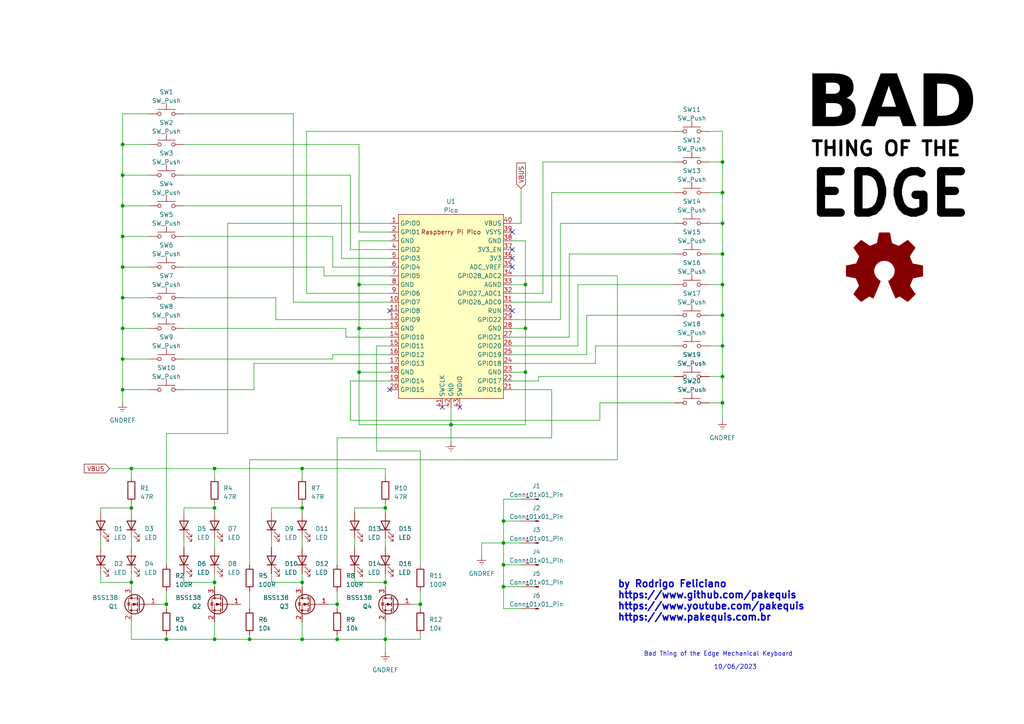
<source format=kicad_sch>
(kicad_sch (version 20230121) (generator eeschema)
  (paper "A4")
  (lib_symbols
    (symbol "Connector:Conn_01x01_Pin" (pin_names (offset 1.016) hide)
      (property "Reference" "J" (at 0 2.54 0))
      (property "Value" "Conn_01x01_Pin" (at 0 -2.54 0))
      (symbol "Conn_01x01_Pin_1_1"
        (polyline (pts (xy 1.27 0) (xy 0.8636 0)) (stroke (width 0.1524)))
        (rectangle (start 0.8636 0.127) (end 0 -0.127) (stroke (width 0.1524)) (fill (type outline)))
        (pin passive line (at 5.08 0 180) (length 3.81) (name "Pin_1") (number "1"))
      )
    )
    (symbol "Device:LED" (pin_numbers hide) (pin_names (offset 1.016) hide)
      (property "Reference" "D" (at 0 2.54 0))
      (property "Value" "LED" (at 0 -2.54 0))
      (symbol "LED_0_1"
        (polyline (pts (xy -1.27 -1.27) (xy -1.27 1.27)) (stroke (width 0.254)))
        (polyline (pts (xy -1.27 0) (xy 1.27 0)))
        (polyline (pts (xy 1.27 -1.27) (xy 1.27 1.27) (xy -1.27 0) (xy 1.27 -1.27)) (stroke (width 0.254)))
        (polyline (pts (xy -3.048 -0.762) (xy -4.572 -2.286) (xy -3.81 -2.286) (xy -4.572 -2.286) (xy -4.572 -1.524)))
        (polyline (pts (xy -1.778 -0.762) (xy -3.302 -2.286) (xy -2.54 -2.286) (xy -3.302 -2.286) (xy -3.302 -1.524)))
      )
      (symbol "LED_1_1"
        (pin passive line (at -3.81 0 0) (length 2.54) (name "K") (number "1"))
        (pin passive line (at 3.81 0 180) (length 2.54) (name "A") (number "2"))
      )
    )
    (symbol "Device:R" (pin_numbers hide) (pin_names (offset 0))
      (property "Reference" "R" (at 2.032 0 90))
      (property "Value" "R" (at 0 0 90))
      (symbol "R_0_1"
        (rectangle (start -1.016 -2.54) (end 1.016 2.54) (stroke (width 0.254)))
      )
      (symbol "R_1_1"
        (pin passive line (at 0 3.81 270) (length 1.27) (name "~") (number "1"))
        (pin passive line (at 0 -3.81 90) (length 1.27) (name "~") (number "2"))
      )
    )
    (symbol "Graphic:Logo_Open_Hardware_Large" (in_bom no) (on_board no)
      (symbol "Logo_Open_Hardware_Large_1_1"
        (polyline (pts (xy 6.731 -8.7122) (xy 6.6294 -8.6614) (xy 6.35 -8.4836) (xy 5.9944 -8.255) (xy 5.5372 -7.9502) (xy 5.1054 -7.6454) (xy 4.7498 -7.4168) (xy 4.4958 -7.239) (xy 4.3942 -7.1882) (xy 4.318 -7.2136) (xy 4.1148 -7.3152) (xy 3.81 -7.4676) (xy 3.6322 -7.5692) (xy 3.3528 -7.6708) (xy 3.2258 -7.6962) (xy 3.2004 -7.6708) (xy 3.0988 -7.4676) (xy 2.9464 -7.0866) (xy 2.7178 -6.604) (xy 2.4892 -6.0452) (xy 2.2352 -5.4356) (xy 1.9558 -4.826) (xy 1.7272 -4.2164) (xy 1.4986 -3.683) (xy 1.3208 -3.2512) (xy 1.2192 -2.9464) (xy 1.1684 -2.8194) (xy 1.1938 -2.794) (xy 1.3208 -2.667) (xy 1.5748 -2.4892) (xy 2.0828 -2.0574) (xy 2.6162 -1.397) (xy 2.921 -0.6604) (xy 3.048 0.1524) (xy 2.9464 0.9144) (xy 2.6416 1.6256) (xy 2.1336 2.286) (xy 1.524 2.7686) (xy 0.8128 3.0734) (xy 0 3.175) (xy -0.762 3.0988) (xy -1.4986 2.794) (xy -2.159 2.286) (xy -2.4384 1.9812) (xy -2.8194 1.3208) (xy -3.048 0.6096) (xy -3.0734 0.4318) (xy -3.0226 -0.3556) (xy -2.794 -1.0922) (xy -2.3876 -1.7526) (xy -1.8288 -2.3114) (xy -1.7526 -2.3622) (xy -1.4732 -2.5654) (xy -1.2954 -2.6924) (xy -1.1684 -2.8194) (xy -2.159 -5.207) (xy -2.3114 -5.588) (xy -2.5908 -6.2484) (xy -2.8194 -6.8072) (xy -3.0226 -7.2644) (xy -3.1496 -7.5692) (xy -3.2258 -7.6708) (xy -3.2258 -7.6962) (xy -3.302 -7.6962) (xy -3.4798 -7.6454) (xy -3.8354 -7.4676) (xy -4.0386 -7.366) (xy -4.2926 -7.239) (xy -4.4196 -7.1882) (xy -4.5212 -7.239) (xy -4.7498 -7.3914) (xy -5.1054 -7.6454) (xy -5.5372 -7.9248) (xy -5.9436 -8.2042) (xy -6.3246 -8.4582) (xy -6.604 -8.636) (xy -6.731 -8.7122) (xy -6.7564 -8.7122) (xy -6.858 -8.636) (xy -7.0866 -8.4582) (xy -7.4168 -8.1534) (xy -7.874 -7.6962) (xy -7.9502 -7.62) (xy -8.3312 -7.239) (xy -8.636 -6.9088) (xy -8.8392 -6.6802) (xy -8.9154 -6.5786) (xy -8.9154 -6.5786) (xy -8.8392 -6.4516) (xy -8.6614 -6.1722) (xy -8.4328 -5.7912) (xy -8.128 -5.3594) (xy -7.3152 -4.191) (xy -7.7724 -3.0988) (xy -7.8994 -2.7686) (xy -8.0772 -2.3622) (xy -8.2042 -2.0828) (xy -8.255 -1.9558) (xy -8.382 -1.905) (xy -8.6614 -1.8542) (xy -9.0932 -1.7526) (xy -9.6266 -1.651) (xy -10.1092 -1.5748) (xy -10.541 -1.4732) (xy -10.8712 -1.4224) (xy -11.0236 -1.397) (xy -11.049 -1.3716) (xy -11.0744 -1.2954) (xy -11.0998 -1.143) (xy -11.0998 -0.889) (xy -11.1252 -0.4572) (xy -11.1252 0.1524) (xy -11.1252 0.2286) (xy -11.0998 0.8128) (xy -11.0998 1.27) (xy -11.0744 1.5494) (xy -11.0744 1.6764) (xy -11.0744 1.6764) (xy -10.922 1.7018) (xy -10.6172 1.778) (xy -10.16 1.8542) (xy -9.652 1.9558) (xy -9.6012 1.9812) (xy -9.0932 2.0828) (xy -8.636 2.159) (xy -8.3312 2.2352) (xy -8.2042 2.286) (xy -8.1788 2.3114) (xy -8.0772 2.5146) (xy -7.9248 2.8448) (xy -7.747 3.2512) (xy -7.5692 3.6576) (xy -7.4168 4.0386) (xy -7.3152 4.318) (xy -7.2898 4.445) (xy -7.2898 4.445) (xy -7.366 4.572) (xy -7.5438 4.826) (xy -7.7978 5.207) (xy -8.128 5.6642) (xy -8.128 5.6896) (xy -8.4328 6.1468) (xy -8.6868 6.5278) (xy -8.8392 6.7818) (xy -8.9154 6.9088) (xy -8.9154 6.9088) (xy -8.8138 7.0358) (xy -8.5852 7.2898) (xy -8.255 7.6454) (xy -7.874 8.0264) (xy -7.747 8.1534) (xy -7.3152 8.5852) (xy -7.0104 8.8646) (xy -6.8326 8.9916) (xy -6.731 9.0424) (xy -6.731 9.0424) (xy -6.604 8.9408) (xy -6.3246 8.763) (xy -5.9436 8.509) (xy -5.4864 8.2042) (xy -5.461 8.1788) (xy -5.0038 7.874) (xy -4.6482 7.62) (xy -4.3688 7.4422) (xy -4.2672 7.3914) (xy -4.2418 7.3914) (xy -4.064 7.4422) (xy -3.7338 7.5438) (xy -3.3528 7.6962) (xy -2.9464 7.874) (xy -2.5654 8.0264) (xy -2.286 8.1534) (xy -2.159 8.2296) (xy -2.159 8.2296) (xy -2.1082 8.382) (xy -2.032 8.7122) (xy -1.9304 9.1694) (xy -1.8288 9.7282) (xy -1.8034 9.8044) (xy -1.7018 10.3378) (xy -1.6256 10.7696) (xy -1.5748 11.0744) (xy -1.524 11.2014) (xy -1.4478 11.2268) (xy -1.1938 11.2522) (xy -0.8128 11.2522) (xy -0.3302 11.2522) (xy 0.1524 11.2522) (xy 0.6604 11.2522) (xy 1.0668 11.2268) (xy 1.3716 11.2014) (xy 1.4986 11.176) (xy 1.4986 11.176) (xy 1.5494 11.0236) (xy 1.6256 10.6934) (xy 1.7018 10.2108) (xy 1.8288 9.6774) (xy 1.8288 9.5758) (xy 1.9304 9.0424) (xy 2.032 8.6106) (xy 2.0828 8.3058) (xy 2.1336 8.2042) (xy 2.159 8.1788) (xy 2.3876 8.0772) (xy 2.7432 7.9248) (xy 3.175 7.747) (xy 4.191 7.3406) (xy 5.461 8.2042) (xy 5.5626 8.2804) (xy 6.0198 8.5852) (xy 6.3754 8.8392) (xy 6.6294 8.9916) (xy 6.7564 9.0424) (xy 6.7564 9.0424) (xy 6.8834 8.9408) (xy 7.1374 8.7122) (xy 7.4676 8.382) (xy 7.8486 7.9756) (xy 8.1534 7.6962) (xy 8.4836 7.3406) (xy 8.7122 7.112) (xy 8.8392 6.9596) (xy 8.8646 6.858) (xy 8.8646 6.8072) (xy 8.7884 6.6802) (xy 8.6106 6.4008) (xy 8.3312 6.0198) (xy 8.0264 5.588) (xy 7.7978 5.207) (xy 7.5184 4.8006) (xy 7.3406 4.4958) (xy 7.2898 4.3434) (xy 7.2898 4.2926) (xy 7.3914 4.0386) (xy 7.5184 3.683) (xy 7.7216 3.2258) (xy 8.1534 2.2352) (xy 8.7884 2.1082) (xy 9.1948 2.0574) (xy 9.7536 1.9304) (xy 10.2616 1.8288) (xy 11.0998 1.6764) (xy 11.1252 -1.3208) (xy 10.9982 -1.3716) (xy 10.8712 -1.397) (xy 10.5664 -1.4732) (xy 10.1346 -1.5494) (xy 9.6266 -1.651) (xy 9.1948 -1.7272) (xy 8.7376 -1.8288) (xy 8.4328 -1.8796) (xy 8.2804 -1.905) (xy 8.255 -1.9558) (xy 8.1534 -2.159) (xy 7.9756 -2.5146) (xy 7.8232 -2.921) (xy 7.6454 -3.3274) (xy 7.493 -3.7338) (xy 7.366 -4.0132) (xy 7.3406 -4.191) (xy 7.3914 -4.2926) (xy 7.5692 -4.5466) (xy 7.7978 -4.9276) (xy 8.1026 -5.3594) (xy 8.4074 -5.7912) (xy 8.6614 -6.1722) (xy 8.8138 -6.4262) (xy 8.89 -6.5532) (xy 8.8646 -6.6548) (xy 8.6868 -6.858) (xy 8.3566 -7.1882) (xy 7.874 -7.6708) (xy 7.7978 -7.747) (xy 7.3914 -8.128) (xy 7.0612 -8.4328) (xy 6.8326 -8.636) (xy 6.731 -8.7122)) (fill (type outline)))
      )
    )
    (symbol "MCU_RaspberryPi_and_Boards:Pico"
      (property "Reference" "U" (at -13.97 27.94 0))
      (property "Value" "Pico" (at 0 19.05 0))
      (symbol "Pico_0_0"
        (text "Raspberry Pi Pico" (at 0 21.59 0) (effects (font (size 1.27 1.27))))
      )
      (symbol "Pico_0_1"
        (rectangle (start -15.24 26.67) (end 15.24 -26.67) (fill (type background)))
      )
      (symbol "Pico_1_1"
        (pin bidirectional line (at -17.78 24.13 0) (length 2.54) (name "GPIO0") (number "1"))
        (pin bidirectional line (at -17.78 1.27 0) (length 2.54) (name "GPIO7") (number "10"))
        (pin bidirectional line (at -17.78 -1.27 0) (length 2.54) (name "GPIO8") (number "11"))
        (pin bidirectional line (at -17.78 -3.81 0) (length 2.54) (name "GPIO9") (number "12"))
        (pin power_in line (at -17.78 -6.35 0) (length 2.54) (name "GND") (number "13"))
        (pin bidirectional line (at -17.78 -8.89 0) (length 2.54) (name "GPIO10") (number "14"))
        (pin bidirectional line (at -17.78 -11.43 0) (length 2.54) (name "GPIO11") (number "15"))
        (pin bidirectional line (at -17.78 -13.97 0) (length 2.54) (name "GPIO12") (number "16"))
        (pin bidirectional line (at -17.78 -16.51 0) (length 2.54) (name "GPIO13") (number "17"))
        (pin power_in line (at -17.78 -19.05 0) (length 2.54) (name "GND") (number "18"))
        (pin bidirectional line (at -17.78 -21.59 0) (length 2.54) (name "GPIO14") (number "19"))
        (pin bidirectional line (at -17.78 21.59 0) (length 2.54) (name "GPIO1") (number "2"))
        (pin bidirectional line (at -17.78 -24.13 0) (length 2.54) (name "GPIO15") (number "20"))
        (pin bidirectional line (at 17.78 -24.13 180) (length 2.54) (name "GPIO16") (number "21"))
        (pin bidirectional line (at 17.78 -21.59 180) (length 2.54) (name "GPIO17") (number "22"))
        (pin power_in line (at 17.78 -19.05 180) (length 2.54) (name "GND") (number "23"))
        (pin bidirectional line (at 17.78 -16.51 180) (length 2.54) (name "GPIO18") (number "24"))
        (pin bidirectional line (at 17.78 -13.97 180) (length 2.54) (name "GPIO19") (number "25"))
        (pin bidirectional line (at 17.78 -11.43 180) (length 2.54) (name "GPIO20") (number "26"))
        (pin bidirectional line (at 17.78 -8.89 180) (length 2.54) (name "GPIO21") (number "27"))
        (pin power_in line (at 17.78 -6.35 180) (length 2.54) (name "GND") (number "28"))
        (pin bidirectional line (at 17.78 -3.81 180) (length 2.54) (name "GPIO22") (number "29"))
        (pin power_in line (at -17.78 19.05 0) (length 2.54) (name "GND") (number "3"))
        (pin input line (at 17.78 -1.27 180) (length 2.54) (name "RUN") (number "30"))
        (pin bidirectional line (at 17.78 1.27 180) (length 2.54) (name "GPIO26_ADC0") (number "31"))
        (pin bidirectional line (at 17.78 3.81 180) (length 2.54) (name "GPIO27_ADC1") (number "32"))
        (pin power_in line (at 17.78 6.35 180) (length 2.54) (name "AGND") (number "33"))
        (pin bidirectional line (at 17.78 8.89 180) (length 2.54) (name "GPIO28_ADC2") (number "34"))
        (pin power_in line (at 17.78 11.43 180) (length 2.54) (name "ADC_VREF") (number "35"))
        (pin power_in line (at 17.78 13.97 180) (length 2.54) (name "3V3") (number "36"))
        (pin input line (at 17.78 16.51 180) (length 2.54) (name "3V3_EN") (number "37"))
        (pin bidirectional line (at 17.78 19.05 180) (length 2.54) (name "GND") (number "38"))
        (pin power_in line (at 17.78 21.59 180) (length 2.54) (name "VSYS") (number "39"))
        (pin bidirectional line (at -17.78 16.51 0) (length 2.54) (name "GPIO2") (number "4"))
        (pin power_in line (at 17.78 24.13 180) (length 2.54) (name "VBUS") (number "40"))
        (pin input line (at -2.54 -29.21 90) (length 2.54) (name "SWCLK") (number "41"))
        (pin power_in line (at 0 -29.21 90) (length 2.54) (name "GND") (number "42"))
        (pin bidirectional line (at 2.54 -29.21 90) (length 2.54) (name "SWDIO") (number "43"))
        (pin bidirectional line (at -17.78 13.97 0) (length 2.54) (name "GPIO3") (number "5"))
        (pin bidirectional line (at -17.78 11.43 0) (length 2.54) (name "GPIO4") (number "6"))
        (pin bidirectional line (at -17.78 8.89 0) (length 2.54) (name "GPIO5") (number "7"))
        (pin power_in line (at -17.78 6.35 0) (length 2.54) (name "GND") (number "8"))
        (pin bidirectional line (at -17.78 3.81 0) (length 2.54) (name "GPIO6") (number "9"))
      )
    )
    (symbol "Switch:SW_Push" (pin_numbers hide) (pin_names (offset 1.016) hide)
      (property "Reference" "SW" (at 1.27 2.54 0))
      (property "Value" "SW_Push" (at 0 -1.524 0))
      (symbol "SW_Push_0_1"
        (circle (center -2.032 0) (radius 0.508))
        (polyline (pts (xy 0 1.27) (xy 0 3.048)))
        (polyline (pts (xy 2.54 1.27) (xy -2.54 1.27)))
        (circle (center 2.032 0) (radius 0.508))
        (pin passive line (at -5.08 0 0) (length 2.54) (name "1") (number "1"))
        (pin passive line (at 5.08 0 180) (length 2.54) (name "2") (number "2"))
      )
    )
    (symbol "Transistor_FET:BSS138" (pin_names hide)
      (property "Reference" "Q" (at 5.08 1.905 0))
      (property "Value" "BSS138" (at 5.08 0 0))
      (symbol "BSS138_0_1"
        (polyline (pts (xy 0.254 0) (xy -2.54 0)))
        (polyline (pts (xy 0.254 1.905) (xy 0.254 -1.905)) (stroke (width 0.254)))
        (polyline (pts (xy 0.762 -1.27) (xy 0.762 -2.286)) (stroke (width 0.254)))
        (polyline (pts (xy 0.762 0.508) (xy 0.762 -0.508)) (stroke (width 0.254)))
        (polyline (pts (xy 0.762 2.286) (xy 0.762 1.27)) (stroke (width 0.254)))
        (polyline (pts (xy 2.54 2.54) (xy 2.54 1.778)))
        (polyline (pts (xy 2.54 -2.54) (xy 2.54 0) (xy 0.762 0)))
        (polyline (pts (xy 0.762 -1.778) (xy 3.302 -1.778) (xy 3.302 1.778) (xy 0.762 1.778)))
        (polyline (pts (xy 1.016 0) (xy 2.032 0.381) (xy 2.032 -0.381) (xy 1.016 0)) (fill (type outline)))
        (polyline (pts (xy 2.794 0.508) (xy 2.921 0.381) (xy 3.683 0.381) (xy 3.81 0.254)))
        (polyline (pts (xy 3.302 0.381) (xy 2.921 -0.254) (xy 3.683 -0.254) (xy 3.302 0.381)))
        (circle (center 1.651 0) (radius 2.794) (stroke (width 0.254)))
        (circle (center 2.54 -1.778) (radius 0.254) (fill (type outline)))
        (circle (center 2.54 1.778) (radius 0.254) (fill (type outline)))
      )
      (symbol "BSS138_1_1"
        (pin input line (at -5.08 0 0) (length 2.54) (name "G") (number "1"))
        (pin passive line (at 2.54 -5.08 90) (length 2.54) (name "S") (number "2"))
        (pin passive line (at 2.54 5.08 270) (length 2.54) (name "D") (number "3"))
      )
    )
    (symbol "power:GNDREF" (power) (pin_names (offset 0))
      (property "Value" "GNDREF" (at 0 -3.81 0))
      (symbol "GNDREF_0_1"
        (polyline (pts (xy -0.635 -1.905) (xy 0.635 -1.905)))
        (polyline (pts (xy -0.127 -2.54) (xy 0.127 -2.54)))
        (polyline (pts (xy 0 -1.27) (xy 0 0)))
        (polyline (pts (xy 1.27 -1.27) (xy -1.27 -1.27)))
      )
      (symbol "GNDREF_1_1"
        (pin power_in line (at 0 0 270) (length 0) hide (name "GNDREF") (number "1"))
      )
    )
  )
  (junction (at 209.55 116.84))
  (junction (at 111.76 168.91))
  (junction (at 35.56 77.47))
  (junction (at 209.55 91.44))
  (junction (at 35.56 104.14))
  (junction (at 152.4 82.55))
  (junction (at 152.4 95.25))
  (junction (at 209.55 46.99))
  (junction (at 104.14 107.95))
  (junction (at 121.92 175.26))
  (junction (at 87.63 135.89))
  (junction (at 35.56 113.03))
  (junction (at 209.55 82.55))
  (junction (at 62.23 185.42))
  (junction (at 146.05 157.48))
  (junction (at 130.81 123.19))
  (junction (at 72.39 185.42))
  (junction (at 62.23 135.89))
  (junction (at 35.56 86.36))
  (junction (at 209.55 73.66))
  (junction (at 146.05 170.18))
  (junction (at 104.14 82.55))
  (junction (at 209.55 64.77))
  (junction (at 146.05 151.13))
  (junction (at 97.79 175.26))
  (junction (at 209.55 55.88))
  (junction (at 62.23 168.91))
  (junction (at 209.55 109.22))
  (junction (at 62.23 147.32))
  (junction (at 38.1 168.91))
  (junction (at 35.56 68.58))
  (junction (at 152.4 107.95))
  (junction (at 104.14 95.25))
  (junction (at 146.05 163.83))
  (junction (at 38.1 147.32))
  (junction (at 111.76 147.32))
  (junction (at 87.63 185.42))
  (junction (at 35.56 41.91))
  (junction (at 87.63 168.91))
  (junction (at 35.56 95.25))
  (junction (at 48.26 175.26))
  (junction (at 38.1 135.89))
  (junction (at 48.26 185.42))
  (junction (at 87.63 147.32))
  (junction (at 35.56 50.8))
  (junction (at 35.56 59.69))
  (junction (at 111.76 185.42))
  (junction (at 97.79 185.42))
  (junction (at 209.55 100.33))
  (no_connect (at 133.35 118.11))
  (no_connect (at 113.03 113.03))
  (no_connect (at 148.59 74.93))
  (no_connect (at 148.59 67.31))
  (no_connect (at 113.03 90.17))
  (no_connect (at 128.27 118.11))
  (no_connect (at 148.59 77.47))
  (no_connect (at 148.59 72.39))
  (no_connect (at 148.59 90.17))
  (wire (pts (xy 205.74 46.99) (xy 209.55 46.99)))
  (wire (pts (xy 35.56 104.14) (xy 43.18 104.14)))
  (wire (pts (xy 87.63 147.32) (xy 87.63 148.59)))
  (wire (pts (xy 93.98 80.01) (xy 93.98 77.47)))
  (wire (pts (xy 209.55 64.77) (xy 209.55 55.88)))
  (wire (pts (xy 113.03 67.31) (xy 104.14 67.31)))
  (wire (pts (xy 205.74 64.77) (xy 209.55 64.77)))
  (wire (pts (xy 87.63 180.34) (xy 87.63 185.42)))
  (wire (pts (xy 38.1 166.37) (xy 38.1 168.91)))
  (wire (pts (xy 78.74 166.37) (xy 78.74 168.91)))
  (wire (pts (xy 104.14 123.19) (xy 130.81 123.19)))
  (wire (pts (xy 35.56 59.69) (xy 43.18 59.69)))
  (wire (pts (xy 209.55 73.66) (xy 209.55 82.55)))
  (wire (pts (xy 104.14 95.25) (xy 113.03 95.25)))
  (wire (pts (xy 62.23 168.91) (xy 62.23 170.18)))
  (wire (pts (xy 151.13 54.61) (xy 151.13 64.77)))
  (wire (pts (xy 146.05 144.78) (xy 146.05 151.13)))
  (wire (pts (xy 167.64 100.33) (xy 167.64 82.55)))
  (wire (pts (xy 104.14 41.91) (xy 53.34 41.91)))
  (wire (pts (xy 102.87 148.59) (xy 102.87 147.32)))
  (wire (pts (xy 146.05 163.83) (xy 151.13 163.83)))
  (wire (pts (xy 109.22 100.33) (xy 113.03 100.33)))
  (wire (pts (xy 43.18 33.02) (xy 35.56 33.02)))
  (wire (pts (xy 113.03 69.85) (xy 104.14 69.85)))
  (wire (pts (xy 100.33 97.79) (xy 113.03 97.79)))
  (wire (pts (xy 35.56 77.47) (xy 35.56 86.36)))
  (wire (pts (xy 139.7 157.48) (xy 146.05 157.48)))
  (wire (pts (xy 146.05 170.18) (xy 146.05 163.83)))
  (wire (pts (xy 87.63 168.91) (xy 87.63 170.18)))
  (wire (pts (xy 195.58 38.1) (xy 88.9 38.1)))
  (wire (pts (xy 205.74 100.33) (xy 209.55 100.33)))
  (wire (pts (xy 72.39 171.45) (xy 72.39 176.53)))
  (wire (pts (xy 97.79 163.83) (xy 97.79 127)))
  (wire (pts (xy 78.74 148.59) (xy 78.74 147.32)))
  (wire (pts (xy 113.03 105.41) (xy 73.66 105.41)))
  (wire (pts (xy 113.03 77.47) (xy 96.52 77.47)))
  (wire (pts (xy 101.6 110.49) (xy 101.6 121.92)))
  (wire (pts (xy 73.66 113.03) (xy 53.34 113.03)))
  (wire (pts (xy 205.74 109.22) (xy 209.55 109.22)))
  (wire (pts (xy 170.18 91.44) (xy 195.58 91.44)))
  (wire (pts (xy 209.55 116.84) (xy 209.55 121.92)))
  (wire (pts (xy 62.23 166.37) (xy 62.23 168.91)))
  (wire (pts (xy 53.34 86.36) (xy 80.01 86.36)))
  (wire (pts (xy 209.55 55.88) (xy 205.74 55.88)))
  (wire (pts (xy 130.81 123.19) (xy 152.4 123.19)))
  (wire (pts (xy 205.74 82.55) (xy 209.55 82.55)))
  (wire (pts (xy 157.48 85.09) (xy 157.48 46.99)))
  (wire (pts (xy 104.14 107.95) (xy 113.03 107.95)))
  (wire (pts (xy 104.14 107.95) (xy 104.14 123.19)))
  (wire (pts (xy 35.56 41.91) (xy 43.18 41.91)))
  (wire (pts (xy 35.56 77.47) (xy 43.18 77.47)))
  (wire (pts (xy 151.13 64.77) (xy 148.59 64.77)))
  (wire (pts (xy 66.04 64.77) (xy 113.03 64.77)))
  (wire (pts (xy 78.74 168.91) (xy 87.63 168.91)))
  (wire (pts (xy 209.55 38.1) (xy 209.55 46.99)))
  (wire (pts (xy 87.63 135.89) (xy 87.63 138.43)))
  (wire (pts (xy 152.4 82.55) (xy 152.4 95.25)))
  (wire (pts (xy 29.21 166.37) (xy 29.21 168.91)))
  (wire (pts (xy 209.55 91.44) (xy 209.55 100.33)))
  (wire (pts (xy 62.23 185.42) (xy 72.39 185.42)))
  (wire (pts (xy 99.06 74.93) (xy 99.06 59.69)))
  (wire (pts (xy 148.59 110.49) (xy 156.21 110.49)))
  (wire (pts (xy 113.03 74.93) (xy 99.06 74.93)))
  (wire (pts (xy 148.59 85.09) (xy 157.48 85.09)))
  (wire (pts (xy 111.76 147.32) (xy 111.76 148.59)))
  (wire (pts (xy 179.07 80.01) (xy 148.59 80.01)))
  (wire (pts (xy 35.56 68.58) (xy 43.18 68.58)))
  (wire (pts (xy 87.63 146.05) (xy 87.63 147.32)))
  (wire (pts (xy 111.76 168.91) (xy 111.76 170.18)))
  (wire (pts (xy 48.26 175.26) (xy 48.26 176.53)))
  (wire (pts (xy 62.23 135.89) (xy 87.63 135.89)))
  (wire (pts (xy 205.74 73.66) (xy 209.55 73.66)))
  (wire (pts (xy 96.52 77.47) (xy 96.52 68.58)))
  (wire (pts (xy 78.74 147.32) (xy 87.63 147.32)))
  (wire (pts (xy 35.56 50.8) (xy 35.56 59.69)))
  (wire (pts (xy 205.74 38.1) (xy 209.55 38.1)))
  (wire (pts (xy 119.38 175.26) (xy 121.92 175.26)))
  (wire (pts (xy 173.99 116.84) (xy 173.99 121.92)))
  (wire (pts (xy 78.74 156.21) (xy 78.74 158.75)))
  (wire (pts (xy 48.26 184.15) (xy 48.26 185.42)))
  (wire (pts (xy 48.26 171.45) (xy 48.26 175.26)))
  (wire (pts (xy 72.39 185.42) (xy 87.63 185.42)))
  (wire (pts (xy 151.13 144.78) (xy 146.05 144.78)))
  (wire (pts (xy 121.92 184.15) (xy 121.92 185.42)))
  (wire (pts (xy 38.1 180.34) (xy 38.1 185.42)))
  (wire (pts (xy 73.66 105.41) (xy 73.66 113.03)))
  (wire (pts (xy 35.56 113.03) (xy 43.18 113.03)))
  (wire (pts (xy 148.59 92.71) (xy 162.56 92.71)))
  (wire (pts (xy 146.05 151.13) (xy 146.05 157.48)))
  (wire (pts (xy 148.59 95.25) (xy 152.4 95.25)))
  (wire (pts (xy 87.63 135.89) (xy 111.76 135.89)))
  (wire (pts (xy 146.05 157.48) (xy 151.13 157.48)))
  (wire (pts (xy 209.55 100.33) (xy 209.55 109.22)))
  (wire (pts (xy 29.21 147.32) (xy 38.1 147.32)))
  (wire (pts (xy 88.9 85.09) (xy 113.03 85.09)))
  (wire (pts (xy 121.92 175.26) (xy 121.92 176.53)))
  (wire (pts (xy 35.56 95.25) (xy 43.18 95.25)))
  (wire (pts (xy 172.72 100.33) (xy 195.58 100.33)))
  (wire (pts (xy 102.87 156.21) (xy 102.87 158.75)))
  (wire (pts (xy 96.52 102.87) (xy 113.03 102.87)))
  (wire (pts (xy 121.92 130.81) (xy 121.92 163.83)))
  (wire (pts (xy 146.05 151.13) (xy 151.13 151.13)))
  (wire (pts (xy 102.87 147.32) (xy 111.76 147.32)))
  (wire (pts (xy 148.59 82.55) (xy 152.4 82.55)))
  (wire (pts (xy 48.26 175.26) (xy 45.72 175.26)))
  (wire (pts (xy 62.23 146.05) (xy 62.23 147.32)))
  (wire (pts (xy 97.79 127) (xy 160.02 127)))
  (wire (pts (xy 97.79 175.26) (xy 97.79 176.53)))
  (wire (pts (xy 209.55 109.22) (xy 209.55 116.84)))
  (wire (pts (xy 162.56 64.77) (xy 195.58 64.77)))
  (wire (pts (xy 72.39 133.35) (xy 179.07 133.35)))
  (wire (pts (xy 53.34 147.32) (xy 62.23 147.32)))
  (wire (pts (xy 209.55 46.99) (xy 209.55 55.88)))
  (wire (pts (xy 195.58 116.84) (xy 173.99 116.84)))
  (wire (pts (xy 173.99 121.92) (xy 101.6 121.92)))
  (wire (pts (xy 35.56 86.36) (xy 43.18 86.36)))
  (wire (pts (xy 29.21 156.21) (xy 29.21 158.75)))
  (wire (pts (xy 101.6 110.49) (xy 113.03 110.49)))
  (wire (pts (xy 72.39 184.15) (xy 72.39 185.42)))
  (wire (pts (xy 99.06 59.69) (xy 53.34 59.69)))
  (wire (pts (xy 156.21 110.49) (xy 156.21 109.22)))
  (wire (pts (xy 85.09 33.02) (xy 85.09 87.63)))
  (wire (pts (xy 29.21 168.91) (xy 38.1 168.91)))
  (wire (pts (xy 102.87 168.91) (xy 111.76 168.91)))
  (wire (pts (xy 80.01 92.71) (xy 113.03 92.71)))
  (wire (pts (xy 113.03 80.01) (xy 93.98 80.01)))
  (wire (pts (xy 165.1 73.66) (xy 195.58 73.66)))
  (wire (pts (xy 48.26 125.73) (xy 48.26 163.83)))
  (wire (pts (xy 38.1 156.21) (xy 38.1 158.75)))
  (wire (pts (xy 72.39 163.83) (xy 72.39 133.35)))
  (wire (pts (xy 35.56 113.03) (xy 35.56 116.84)))
  (wire (pts (xy 35.56 104.14) (xy 35.56 113.03)))
  (wire (pts (xy 146.05 157.48) (xy 146.05 163.83)))
  (wire (pts (xy 162.56 92.71) (xy 162.56 64.77)))
  (wire (pts (xy 53.34 95.25) (xy 100.33 95.25)))
  (wire (pts (xy 165.1 97.79) (xy 165.1 73.66)))
  (wire (pts (xy 95.25 175.26) (xy 97.79 175.26)))
  (wire (pts (xy 130.81 118.11) (xy 130.81 123.19)))
  (wire (pts (xy 148.59 87.63) (xy 160.02 87.63)))
  (wire (pts (xy 38.1 146.05) (xy 38.1 147.32)))
  (wire (pts (xy 101.6 50.8) (xy 53.34 50.8)))
  (wire (pts (xy 48.26 185.42) (xy 38.1 185.42)))
  (wire (pts (xy 139.7 161.29) (xy 139.7 157.48)))
  (wire (pts (xy 97.79 171.45) (xy 97.79 175.26)))
  (wire (pts (xy 97.79 185.42) (xy 111.76 185.42)))
  (wire (pts (xy 205.74 91.44) (xy 209.55 91.44)))
  (wire (pts (xy 53.34 104.14) (xy 96.52 104.14)))
  (wire (pts (xy 170.18 102.87) (xy 170.18 91.44)))
  (wire (pts (xy 146.05 176.53) (xy 146.05 170.18)))
  (wire (pts (xy 85.09 87.63) (xy 113.03 87.63)))
  (wire (pts (xy 151.13 176.53) (xy 146.05 176.53)))
  (wire (pts (xy 104.14 95.25) (xy 104.14 107.95)))
  (wire (pts (xy 152.4 95.25) (xy 152.4 107.95)))
  (wire (pts (xy 35.56 33.02) (xy 35.56 41.91)))
  (wire (pts (xy 111.76 146.05) (xy 111.76 147.32)))
  (wire (pts (xy 148.59 105.41) (xy 172.72 105.41)))
  (wire (pts (xy 109.22 100.33) (xy 109.22 130.81)))
  (wire (pts (xy 205.74 116.84) (xy 209.55 116.84)))
  (wire (pts (xy 148.59 69.85) (xy 152.4 69.85)))
  (wire (pts (xy 87.63 185.42) (xy 97.79 185.42)))
  (wire (pts (xy 29.21 148.59) (xy 29.21 147.32)))
  (wire (pts (xy 35.56 86.36) (xy 35.56 95.25)))
  (wire (pts (xy 100.33 95.25) (xy 100.33 97.79)))
  (wire (pts (xy 38.1 138.43) (xy 38.1 135.89)))
  (wire (pts (xy 96.52 104.14) (xy 96.52 102.87)))
  (wire (pts (xy 53.34 33.02) (xy 85.09 33.02)))
  (wire (pts (xy 66.04 125.73) (xy 48.26 125.73)))
  (wire (pts (xy 121.92 171.45) (xy 121.92 175.26)))
  (wire (pts (xy 167.64 82.55) (xy 195.58 82.55)))
  (wire (pts (xy 209.55 73.66) (xy 209.55 64.77)))
  (wire (pts (xy 80.01 86.36) (xy 80.01 92.71)))
  (wire (pts (xy 38.1 135.89) (xy 62.23 135.89)))
  (wire (pts (xy 87.63 166.37) (xy 87.63 168.91)))
  (wire (pts (xy 35.56 50.8) (xy 43.18 50.8)))
  (wire (pts (xy 88.9 38.1) (xy 88.9 85.09)))
  (wire (pts (xy 62.23 147.32) (xy 62.23 148.59)))
  (wire (pts (xy 157.48 46.99) (xy 195.58 46.99)))
  (wire (pts (xy 111.76 180.34) (xy 111.76 185.42)))
  (wire (pts (xy 62.23 135.89) (xy 62.23 138.43)))
  (wire (pts (xy 160.02 113.03) (xy 148.59 113.03)))
  (wire (pts (xy 148.59 102.87) (xy 170.18 102.87)))
  (wire (pts (xy 146.05 170.18) (xy 151.13 170.18)))
  (wire (pts (xy 48.26 185.42) (xy 62.23 185.42)))
  (wire (pts (xy 111.76 185.42) (xy 111.76 189.23)))
  (wire (pts (xy 66.04 64.77) (xy 66.04 125.73)))
  (wire (pts (xy 104.14 67.31) (xy 104.14 41.91)))
  (wire (pts (xy 113.03 72.39) (xy 101.6 72.39)))
  (wire (pts (xy 209.55 82.55) (xy 209.55 91.44)))
  (wire (pts (xy 53.34 148.59) (xy 53.34 147.32)))
  (wire (pts (xy 111.76 138.43) (xy 111.76 135.89)))
  (wire (pts (xy 160.02 55.88) (xy 195.58 55.88)))
  (wire (pts (xy 35.56 68.58) (xy 35.56 77.47)))
  (wire (pts (xy 104.14 69.85) (xy 104.14 82.55)))
  (wire (pts (xy 152.4 107.95) (xy 152.4 123.19)))
  (wire (pts (xy 53.34 166.37) (xy 53.34 168.91)))
  (wire (pts (xy 38.1 168.91) (xy 38.1 170.18)))
  (wire (pts (xy 93.98 77.47) (xy 53.34 77.47)))
  (wire (pts (xy 152.4 69.85) (xy 152.4 82.55)))
  (wire (pts (xy 148.59 107.95) (xy 152.4 107.95)))
  (wire (pts (xy 53.34 168.91) (xy 62.23 168.91)))
  (wire (pts (xy 148.59 97.79) (xy 165.1 97.79)))
  (wire (pts (xy 109.22 130.81) (xy 121.92 130.81)))
  (wire (pts (xy 102.87 166.37) (xy 102.87 168.91)))
  (wire (pts (xy 111.76 156.21) (xy 111.76 158.75)))
  (wire (pts (xy 148.59 100.33) (xy 167.64 100.33)))
  (wire (pts (xy 35.56 41.91) (xy 35.56 50.8)))
  (wire (pts (xy 97.79 184.15) (xy 97.79 185.42)))
  (wire (pts (xy 160.02 127) (xy 160.02 113.03)))
  (wire (pts (xy 38.1 147.32) (xy 38.1 148.59)))
  (wire (pts (xy 179.07 133.35) (xy 179.07 80.01)))
  (wire (pts (xy 160.02 87.63) (xy 160.02 55.88)))
  (wire (pts (xy 172.72 105.41) (xy 172.72 100.33)))
  (wire (pts (xy 62.23 180.34) (xy 62.23 185.42)))
  (wire (pts (xy 31.75 135.89) (xy 38.1 135.89)))
  (wire (pts (xy 53.34 156.21) (xy 53.34 158.75)))
  (wire (pts (xy 35.56 95.25) (xy 35.56 104.14)))
  (wire (pts (xy 35.56 59.69) (xy 35.56 68.58)))
  (wire (pts (xy 87.63 156.21) (xy 87.63 158.75)))
  (wire (pts (xy 101.6 72.39) (xy 101.6 50.8)))
  (wire (pts (xy 130.81 123.19) (xy 130.81 128.27)))
  (wire (pts (xy 111.76 166.37) (xy 111.76 168.91)))
  (wire (pts (xy 156.21 109.22) (xy 195.58 109.22)))
  (wire (pts (xy 62.23 156.21) (xy 62.23 158.75)))
  (wire (pts (xy 111.76 185.42) (xy 121.92 185.42)))
  (wire (pts (xy 113.03 82.55) (xy 104.14 82.55)))
  (wire (pts (xy 104.14 82.55) (xy 104.14 95.25)))
  (wire (pts (xy 96.52 68.58) (xy 53.34 68.58)))
  (text "by Rodrigo Feliciano\nhttps://www.github.com/pakequis\nhttps://www.youtube.com/pakequis\nhttps://www.pakequis.com.br" (at 179.07 180.34 0) (effects (font (size 2 2) (thickness 0.4) bold) (justify left bottom)))
  (text "Bad Thing of the Edge Mechanical Keyboard" (at 186.69 190.5 0) (effects (font (size 1.27 1.27)) (justify left bottom)))
  (text "THING OF THE" (at 234.95 45.72 0) (effects (font (size 4.1 4.1) bold) (justify left bottom)))
  (text "BAD" (at 233.68 43.18 0) (effects (font (size 15 15) (thickness 1) bold) (justify left bottom)))
  (text "EDGE" (at 233.68 63.5 0) (effects (font (size 12 12) bold) (justify left bottom)))
  (text "10/06/2023" (at 207.01 194.31 0) (effects (font (size 1.27 1.27)) (justify left bottom)))
  (global_label "VBUS" (shape input) (at 31.75 135.89 180) (property "Intersheetrefs" "${INTERSHEET_REFS}" (effects hide)))
  (global_label "VBUS" (shape input) (at 151.13 54.61 90) (property "Intersheetrefs" "${INTERSHEET_REFS}" (effects hide)))
  (symbol (lib_id "Switch:SW_Push") (at 200.66 109.22 0) (unit 1)
    (property "Reference" "SW19" (at 200.66 102.87 0))
    (property "Value" "SW_Push" (at 200.66 105.41 0))
    (property "Footprint" "Button_Switch_Keyboard:SW_Cherry_MX_1.00u_PCB" (effects hide))
  )
  (symbol (lib_id "Switch:SW_Push") (at 48.26 59.69 0) (unit 1)
    (property "Reference" "SW4" (at 48.26 53.34 0))
    (property "Value" "SW_Push" (at 48.26 55.88 0))
    (property "Footprint" "Button_Switch_Keyboard:SW_Cherry_MX_1.00u_PCB" (effects hide))
  )
  (symbol (lib_id "Switch:SW_Push") (at 200.66 46.99 0) (unit 1)
    (property "Reference" "SW12" (at 200.66 40.64 0))
    (property "Value" "SW_Push" (at 200.66 43.18 0))
    (property "Footprint" "Button_Switch_Keyboard:SW_Cherry_MX_1.00u_PCB" (effects hide))
  )
  (symbol (lib_id "Transistor_FET:BSS138") (at 90.17 175.26 0) (mirror y) (unit 1)
    (property "Reference" "Q3" (at 83.82 175.895 0) (effects (justify left)))
    (property "Value" "BSS138" (at 83.82 173.355 0) (effects (justify left)))
    (property "Footprint" "Package_TO_SOT_SMD:SOT-23" (effects hide))
    (property "Datasheet" "https://www.onsemi.com/pub/Collateral/BSS138-D.PDF" (effects hide))
  )
  (symbol (lib_id "Device:R") (at 72.39 180.34 0) (unit 1)
    (property "Reference" "R6" (at 74.93 179.705 0) (effects (justify left)))
    (property "Value" "10k" (at 74.93 182.245 0) (effects (justify left)))
    (property "Footprint" "Resistor_SMD:R_0805_2012Metric_Pad1.20x1.40mm_HandSolder" (effects hide))
  )
  (symbol (lib_id "Switch:SW_Push") (at 48.26 113.03 0) (unit 1)
    (property "Reference" "SW10" (at 48.26 106.68 0))
    (property "Value" "SW_Push" (at 48.26 109.22 0))
    (property "Footprint" "Button_Switch_Keyboard:SW_Cherry_MX_1.00u_PCB" (effects hide))
  )
  (symbol (lib_id "Switch:SW_Push") (at 200.66 116.84 0) (unit 1)
    (property "Reference" "SW20" (at 200.66 110.49 0))
    (property "Value" "SW_Push" (at 200.66 113.03 0))
    (property "Footprint" "Button_Switch_Keyboard:SW_Cherry_MX_1.00u_PCB" (effects hide))
  )
  (symbol (lib_id "Device:R") (at 97.79 167.64 0) (unit 1)
    (property "Reference" "R8" (at 100.33 167.005 0) (effects (justify left)))
    (property "Value" "100R" (at 100.33 169.545 0) (effects (justify left)))
    (property "Footprint" "Resistor_SMD:R_0805_2012Metric_Pad1.20x1.40mm_HandSolder" (effects hide))
  )
  (symbol (lib_id "power:GNDREF") (at 209.55 121.92 0) (unit 1)
    (property "Reference" "#PWR03" (effects hide))
    (property "Value" "GNDREF" (at 209.55 127 0))
  )
  (symbol (lib_id "Device:LED") (at 29.21 152.4 90) (unit 1)
    (property "Reference" "D1" (at 33.02 153.3525 90) (effects (justify right)))
    (property "Value" "LED" (at 33.02 155.8925 90) (effects (justify right)))
    (property "Footprint" "LED_SMD:LED_0805_2012Metric_Pad1.15x1.40mm_HandSolder" (effects hide))
  )
  (symbol (lib_id "Device:R") (at 111.76 142.24 0) (unit 1)
    (property "Reference" "R10" (at 114.3 141.605 0) (effects (justify left)))
    (property "Value" "47R" (at 114.3 144.145 0) (effects (justify left)))
    (property "Footprint" "Resistor_SMD:R_0805_2012Metric_Pad1.20x1.40mm_HandSolder" (effects hide))
  )
  (symbol (lib_id "Connector:Conn_01x01_Pin") (at 156.21 144.78 180) (unit 1)
    (property "Reference" "J1" (at 155.575 140.97 0))
    (property "Value" "Conn_01x01_Pin" (at 155.575 143.51 0))
    (property "Footprint" "MountingHole:MountingHole_3.2mm_M3_Pad" (effects hide))
  )
  (symbol (lib_id "Device:R") (at 121.92 180.34 0) (unit 1)
    (property "Reference" "R12" (at 124.46 179.705 0) (effects (justify left)))
    (property "Value" "10k" (at 124.46 182.245 0) (effects (justify left)))
    (property "Footprint" "Resistor_SMD:R_0805_2012Metric_Pad1.20x1.40mm_HandSolder" (effects hide))
  )
  (symbol (lib_id "Switch:SW_Push") (at 200.66 91.44 0) (unit 1)
    (property "Reference" "SW17" (at 200.66 85.09 0))
    (property "Value" "SW_Push" (at 200.66 87.63 0))
    (property "Footprint" "Button_Switch_Keyboard:SW_Cherry_MX_1.00u_PCB" (effects hide))
  )
  (symbol (lib_id "Device:R") (at 48.26 180.34 0) (unit 1)
    (property "Reference" "R3" (at 50.8 179.705 0) (effects (justify left)))
    (property "Value" "10k" (at 50.8 182.245 0) (effects (justify left)))
    (property "Footprint" "Resistor_SMD:R_0805_2012Metric_Pad1.20x1.40mm_HandSolder" (effects hide))
  )
  (symbol (lib_id "Transistor_FET:BSS138") (at 64.77 175.26 0) (mirror y) (unit 1)
    (property "Reference" "Q2" (at 58.42 175.895 0) (effects (justify left)))
    (property "Value" "BSS138" (at 58.42 173.355 0) (effects (justify left)))
    (property "Footprint" "Package_TO_SOT_SMD:SOT-23" (effects hide))
    (property "Datasheet" "https://www.onsemi.com/pub/Collateral/BSS138-D.PDF" (effects hide))
  )
  (symbol (lib_id "Device:LED") (at 78.74 152.4 90) (unit 1)
    (property "Reference" "D9" (at 82.55 153.3525 90) (effects (justify right)))
    (property "Value" "LED" (at 82.55 155.8925 90) (effects (justify right)))
    (property "Footprint" "LED_SMD:LED_0805_2012Metric_Pad1.15x1.40mm_HandSolder" (effects hide))
  )
  (symbol (lib_id "Device:LED") (at 62.23 152.4 90) (unit 1)
    (property "Reference" "D7" (at 66.04 153.3525 90) (effects (justify right)))
    (property "Value" "LED" (at 66.04 155.8925 90) (effects (justify right)))
    (property "Footprint" "LED_SMD:LED_0805_2012Metric_Pad1.15x1.40mm_HandSolder" (effects hide))
  )
  (symbol (lib_id "Device:R") (at 121.92 167.64 0) (unit 1)
    (property "Reference" "R11" (at 124.46 167.005 0) (effects (justify left)))
    (property "Value" "100R" (at 124.46 169.545 0) (effects (justify left)))
    (property "Footprint" "Resistor_SMD:R_0805_2012Metric_Pad1.20x1.40mm_HandSolder" (effects hide))
  )
  (symbol (lib_id "Device:LED") (at 53.34 152.4 90) (unit 1)
    (property "Reference" "D5" (at 57.15 153.3525 90) (effects (justify right)))
    (property "Value" "LED" (at 57.15 155.8925 90) (effects (justify right)))
    (property "Footprint" "LED_SMD:LED_0805_2012Metric_Pad1.15x1.40mm_HandSolder" (effects hide))
  )
  (symbol (lib_id "Device:LED") (at 102.87 152.4 90) (unit 1)
    (property "Reference" "D13" (at 106.68 153.3525 90) (effects (justify right)))
    (property "Value" "LED" (at 106.68 155.8925 90) (effects (justify right)))
    (property "Footprint" "LED_SMD:LED_0805_2012Metric_Pad1.15x1.40mm_HandSolder" (effects hide))
  )
  (symbol (lib_id "Switch:SW_Push") (at 48.26 77.47 0) (unit 1)
    (property "Reference" "SW6" (at 48.26 71.12 0))
    (property "Value" "SW_Push" (at 48.26 73.66 0))
    (property "Footprint" "Button_Switch_Keyboard:SW_Cherry_MX_1.00u_PCB" (effects hide))
  )
  (symbol (lib_id "power:GNDREF") (at 130.81 128.27 0) (unit 1)
    (property "Reference" "#PWR02" (effects hide))
    (property "Value" "GNDREF" (effects hide))
  )
  (symbol (lib_id "Switch:SW_Push") (at 48.26 33.02 0) (unit 1)
    (property "Reference" "SW1" (at 48.26 26.67 0))
    (property "Value" "SW_Push" (at 48.26 29.21 0))
    (property "Footprint" "Button_Switch_Keyboard:SW_Cherry_MX_1.00u_PCB" (effects hide))
  )
  (symbol (lib_id "Switch:SW_Push") (at 200.66 38.1 0) (unit 1)
    (property "Reference" "SW11" (at 200.66 31.75 0))
    (property "Value" "SW_Push" (at 200.66 34.29 0))
    (property "Footprint" "Button_Switch_Keyboard:SW_Cherry_MX_1.00u_PCB" (effects hide))
  )
  (symbol (lib_id "Device:LED") (at 38.1 162.56 90) (unit 1)
    (property "Reference" "D4" (at 41.91 163.5125 90) (effects (justify right)))
    (property "Value" "LED" (at 41.91 166.0525 90) (effects (justify right)))
    (property "Footprint" "LED_SMD:LED_0805_2012Metric_Pad1.15x1.40mm_HandSolder" (effects hide))
  )
  (symbol (lib_id "Transistor_FET:BSS138") (at 114.3 175.26 0) (mirror y) (unit 1)
    (property "Reference" "Q4" (at 107.95 175.895 0) (effects (justify left)))
    (property "Value" "BSS138" (at 107.95 173.355 0) (effects (justify left)))
    (property "Footprint" "Package_TO_SOT_SMD:SOT-23" (effects hide))
    (property "Datasheet" "https://www.onsemi.com/pub/Collateral/BSS138-D.PDF" (effects hide))
  )
  (symbol (lib_id "Graphic:Logo_Open_Hardware_Large") (at 256.54 78.74 0) (unit 1) (in_bom no) (on_board no)
    (property "Reference" "#SYM1" (effects hide))
    (property "Value" "Logo_Open_Hardware_Large" (effects hide))
    (property "Sim.Enable" "0" (effects hide))
  )
  (symbol (lib_id "Connector:Conn_01x01_Pin") (at 156.21 170.18 180) (unit 1)
    (property "Reference" "J5" (at 155.575 166.37 0))
    (property "Value" "Conn_01x01_Pin" (at 155.575 168.91 0))
    (property "Footprint" "MountingHole:MountingHole_3.2mm_M3_Pad" (effects hide))
  )
  (symbol (lib_id "Switch:SW_Push") (at 200.66 64.77 0) (unit 1)
    (property "Reference" "SW14" (at 200.66 58.42 0))
    (property "Value" "SW_Push" (at 200.66 60.96 0))
    (property "Footprint" "Button_Switch_Keyboard:SW_Cherry_MX_1.00u_PCB" (effects hide))
  )
  (symbol (lib_id "Device:LED") (at 78.74 162.56 90) (unit 1)
    (property "Reference" "D10" (at 82.55 163.5125 90) (effects (justify right)))
    (property "Value" "LED" (at 82.55 166.0525 90) (effects (justify right)))
    (property "Footprint" "LED_SMD:LED_0805_2012Metric_Pad1.15x1.40mm_HandSolder" (effects hide))
  )
  (symbol (lib_id "power:GNDREF") (at 111.76 189.23 0) (unit 1)
    (property "Reference" "#PWR05" (effects hide))
    (property "Value" "GNDREF" (at 111.76 194.31 0))
  )
  (symbol (lib_id "Device:LED") (at 87.63 152.4 90) (unit 1)
    (property "Reference" "D11" (at 91.44 153.3525 90) (effects (justify right)))
    (property "Value" "LED" (at 91.44 155.8925 90) (effects (justify right)))
    (property "Footprint" "LED_SMD:LED_0805_2012Metric_Pad1.15x1.40mm_HandSolder" (effects hide))
  )
  (symbol (lib_id "Switch:SW_Push") (at 48.26 68.58 0) (unit 1)
    (property "Reference" "SW5" (at 48.26 62.23 0))
    (property "Value" "SW_Push" (at 48.26 64.77 0))
    (property "Footprint" "Button_Switch_Keyboard:SW_Cherry_MX_1.00u_PCB" (effects hide))
  )
  (symbol (lib_id "power:GNDREF") (at 35.56 116.84 0) (unit 1)
    (property "Reference" "#PWR01" (effects hide))
    (property "Value" "GNDREF" (at 35.56 121.92 0))
  )
  (symbol (lib_id "Device:R") (at 38.1 142.24 0) (unit 1)
    (property "Reference" "R1" (at 40.64 141.605 0) (effects (justify left)))
    (property "Value" "47R" (at 40.64 144.145 0) (effects (justify left)))
    (property "Footprint" "Resistor_SMD:R_0805_2012Metric_Pad1.20x1.40mm_HandSolder" (effects hide))
  )
  (symbol (lib_id "Connector:Conn_01x01_Pin") (at 156.21 176.53 180) (unit 1)
    (property "Reference" "J6" (at 155.575 172.72 0))
    (property "Value" "Conn_01x01_Pin" (at 155.575 175.26 0))
    (property "Footprint" "MountingHole:MountingHole_3.2mm_M3_Pad" (effects hide))
  )
  (symbol (lib_id "power:GNDREF") (at 139.7 161.29 0) (unit 1)
    (property "Reference" "#PWR04" (effects hide))
    (property "Value" "GNDREF" (at 139.7 166.37 0))
  )
  (symbol (lib_id "Switch:SW_Push") (at 48.26 104.14 0) (unit 1)
    (property "Reference" "SW9" (at 48.26 97.79 0))
    (property "Value" "SW_Push" (at 48.26 100.33 0))
    (property "Footprint" "Button_Switch_Keyboard:SW_Cherry_MX_1.00u_PCB" (effects hide))
  )
  (symbol (lib_id "Switch:SW_Push") (at 200.66 82.55 0) (unit 1)
    (property "Reference" "SW16" (at 200.66 76.2 0))
    (property "Value" "SW_Push" (at 200.66 78.74 0))
    (property "Footprint" "Button_Switch_Keyboard:SW_Cherry_MX_1.00u_PCB" (effects hide))
  )
  (symbol (lib_id "Device:R") (at 62.23 142.24 0) (unit 1)
    (property "Reference" "R4" (at 64.77 141.605 0) (effects (justify left)))
    (property "Value" "47R" (at 64.77 144.145 0) (effects (justify left)))
    (property "Footprint" "Resistor_SMD:R_0805_2012Metric_Pad1.20x1.40mm_HandSolder" (effects hide))
  )
  (symbol (lib_id "Switch:SW_Push") (at 200.66 73.66 0) (unit 1)
    (property "Reference" "SW15" (at 200.66 67.31 0))
    (property "Value" "SW_Push" (at 200.66 69.85 0))
    (property "Footprint" "Button_Switch_Keyboard:SW_Cherry_MX_1.00u_PCB" (effects hide))
  )
  (symbol (lib_id "Switch:SW_Push") (at 200.66 100.33 0) (unit 1)
    (property "Reference" "SW18" (at 200.66 93.98 0))
    (property "Value" "SW_Push" (at 200.66 96.52 0))
    (property "Footprint" "Button_Switch_Keyboard:SW_Cherry_MX_1.00u_PCB" (effects hide))
  )
  (symbol (lib_id "Device:LED") (at 111.76 152.4 90) (unit 1)
    (property "Reference" "D15" (at 115.57 153.3525 90) (effects (justify right)))
    (property "Value" "LED" (at 115.57 155.8925 90) (effects (justify right)))
    (property "Footprint" "LED_SMD:LED_0805_2012Metric_Pad1.15x1.40mm_HandSolder" (effects hide))
  )
  (symbol (lib_id "Device:LED") (at 53.34 162.56 90) (unit 1)
    (property "Reference" "D6" (at 57.15 163.5125 90) (effects (justify right)))
    (property "Value" "LED" (at 57.15 166.0525 90) (effects (justify right)))
    (property "Footprint" "LED_SMD:LED_0805_2012Metric_Pad1.15x1.40mm_HandSolder" (effects hide))
  )
  (symbol (lib_id "Device:R") (at 48.26 167.64 0) (unit 1)
    (property "Reference" "R2" (at 50.8 167.005 0) (effects (justify left)))
    (property "Value" "100R" (at 50.8 169.545 0) (effects (justify left)))
    (property "Footprint" "Resistor_SMD:R_0805_2012Metric_Pad1.20x1.40mm_HandSolder" (effects hide))
  )
  (symbol (lib_id "Device:LED") (at 102.87 162.56 90) (unit 1)
    (property "Reference" "D14" (at 106.68 163.5125 90) (effects (justify right)))
    (property "Value" "LED" (at 106.68 166.0525 90) (effects (justify right)))
    (property "Footprint" "LED_SMD:LED_0805_2012Metric_Pad1.15x1.40mm_HandSolder" (effects hide))
  )
  (symbol (lib_id "Device:LED") (at 29.21 162.56 90) (unit 1)
    (property "Reference" "D2" (at 33.02 163.5125 90) (effects (justify right)))
    (property "Value" "LED" (at 33.02 166.0525 90) (effects (justify right)))
    (property "Footprint" "LED_SMD:LED_0805_2012Metric_Pad1.15x1.40mm_HandSolder" (effects hide))
  )
  (symbol (lib_id "Connector:Conn_01x01_Pin") (at 156.21 157.48 180) (unit 1)
    (property "Reference" "J3" (at 155.575 153.67 0))
    (property "Value" "Conn_01x01_Pin" (at 155.575 156.21 0))
    (property "Footprint" "MountingHole:MountingHole_3.2mm_M3_Pad" (effects hide))
  )
  (symbol (lib_id "Device:LED") (at 87.63 162.56 90) (unit 1)
    (property "Reference" "D12" (at 91.44 163.5125 90) (effects (justify right)))
    (property "Value" "LED" (at 91.44 166.0525 90) (effects (justify right)))
    (property "Footprint" "LED_SMD:LED_0805_2012Metric_Pad1.15x1.40mm_HandSolder" (effects hide))
  )
  (symbol (lib_id "Switch:SW_Push") (at 48.26 50.8 0) (unit 1)
    (property "Reference" "SW3" (at 48.26 44.45 0))
    (property "Value" "SW_Push" (at 48.26 46.99 0))
    (property "Footprint" "Button_Switch_Keyboard:SW_Cherry_MX_1.00u_PCB" (effects hide))
  )
  (symbol (lib_id "Device:LED") (at 111.76 162.56 90) (unit 1)
    (property "Reference" "D16" (at 115.57 163.5125 90) (effects (justify right)))
    (property "Value" "LED" (at 115.57 166.0525 90) (effects (justify right)))
    (property "Footprint" "LED_SMD:LED_0805_2012Metric_Pad1.15x1.40mm_HandSolder" (effects hide))
  )
  (symbol (lib_id "Transistor_FET:BSS138") (at 40.64 175.26 0) (mirror y) (unit 1)
    (property "Reference" "Q1" (at 34.29 175.895 0) (effects (justify left)))
    (property "Value" "BSS138" (at 34.29 173.355 0) (effects (justify left)))
    (property "Footprint" "Package_TO_SOT_SMD:SOT-23" (effects hide))
    (property "Datasheet" "https://www.onsemi.com/pub/Collateral/BSS138-D.PDF" (effects hide))
  )
  (symbol (lib_id "Device:R") (at 72.39 167.64 0) (unit 1)
    (property "Reference" "R5" (at 74.93 167.005 0) (effects (justify left)))
    (property "Value" "100R" (at 74.93 169.545 0) (effects (justify left)))
    (property "Footprint" "Resistor_SMD:R_0805_2012Metric_Pad1.20x1.40mm_HandSolder" (effects hide))
  )
  (symbol (lib_id "Switch:SW_Push") (at 48.26 86.36 0) (unit 1)
    (property "Reference" "SW7" (at 48.26 80.01 0))
    (property "Value" "SW_Push" (at 48.26 82.55 0))
    (property "Footprint" "Button_Switch_Keyboard:SW_Cherry_MX_1.00u_PCB" (effects hide))
  )
  (symbol (lib_id "Connector:Conn_01x01_Pin") (at 156.21 151.13 180) (unit 1)
    (property "Reference" "J2" (at 155.575 147.32 0))
    (property "Value" "Conn_01x01_Pin" (at 155.575 149.86 0))
    (property "Footprint" "MountingHole:MountingHole_3.2mm_M3_Pad" (effects hide))
  )
  (symbol (lib_id "Device:R") (at 87.63 142.24 0) (unit 1)
    (property "Reference" "R7" (at 90.17 141.605 0) (effects (justify left)))
    (property "Value" "47R" (at 90.17 144.145 0) (effects (justify left)))
    (property "Footprint" "Resistor_SMD:R_0805_2012Metric_Pad1.20x1.40mm_HandSolder" (effects hide))
  )
  (symbol (lib_id "Device:R") (at 97.79 180.34 0) (unit 1)
    (property "Reference" "R9" (at 100.33 179.705 0) (effects (justify left)))
    (property "Value" "10k" (at 100.33 182.245 0) (effects (justify left)))
    (property "Footprint" "Resistor_SMD:R_0805_2012Metric_Pad1.20x1.40mm_HandSolder" (effects hide))
  )
  (symbol (lib_id "Device:LED") (at 38.1 152.4 90) (unit 1)
    (property "Reference" "D3" (at 41.91 153.3525 90) (effects (justify right)))
    (property "Value" "LED" (at 41.91 155.8925 90) (effects (justify right)))
    (property "Footprint" "LED_SMD:LED_0805_2012Metric_Pad1.15x1.40mm_HandSolder" (effects hide))
  )
  (symbol (lib_id "Switch:SW_Push") (at 200.66 55.88 0) (unit 1)
    (property "Reference" "SW13" (at 200.66 49.53 0))
    (property "Value" "SW_Push" (at 200.66 52.07 0))
    (property "Footprint" "Button_Switch_Keyboard:SW_Cherry_MX_1.00u_PCB" (effects hide))
  )
  (symbol (lib_id "Switch:SW_Push") (at 48.26 41.91 0) (unit 1)
    (property "Reference" "SW2" (at 48.26 35.56 0))
    (property "Value" "SW_Push" (at 48.26 38.1 0))
    (property "Footprint" "Button_Switch_Keyboard:SW_Cherry_MX_1.00u_PCB" (effects hide))
  )
  (symbol (lib_id "Device:LED") (at 62.23 162.56 90) (unit 1)
    (property "Reference" "D8" (at 66.04 163.5125 90) (effects (justify right)))
    (property "Value" "LED" (at 66.04 166.0525 90) (effects (justify right)))
    (property "Footprint" "LED_SMD:LED_0805_2012Metric_Pad1.15x1.40mm_HandSolder" (effects hide))
  )
  (symbol (lib_id "Connector:Conn_01x01_Pin") (at 156.21 163.83 180) (unit 1)
    (property "Reference" "J4" (at 155.575 160.02 0))
    (property "Value" "Conn_01x01_Pin" (at 155.575 162.56 0))
    (property "Footprint" "MountingHole:MountingHole_3.2mm_M3_Pad" (effects hide))
  )
  (symbol (lib_id "Switch:SW_Push") (at 48.26 95.25 0) (unit 1)
    (property "Reference" "SW8" (at 48.26 88.9 0))
    (property "Value" "SW_Push" (at 48.26 91.44 0))
    (property "Footprint" "Button_Switch_Keyboard:SW_Cherry_MX_1.00u_PCB" (effects hide))
  )
  (symbol (lib_id "MCU_RaspberryPi_and_Boards:Pico") (at 130.81 88.9 0) (unit 1)
    (property "Reference" "U1" (at 130.81 58.42 0))
    (property "Value" "Pico" (at 130.81 60.96 0))
    (property "Footprint" "MCU_RaspberryPi_and_Boards:RPi_Pico_SMD_TH" (effects hide))
  )
)
</source>
